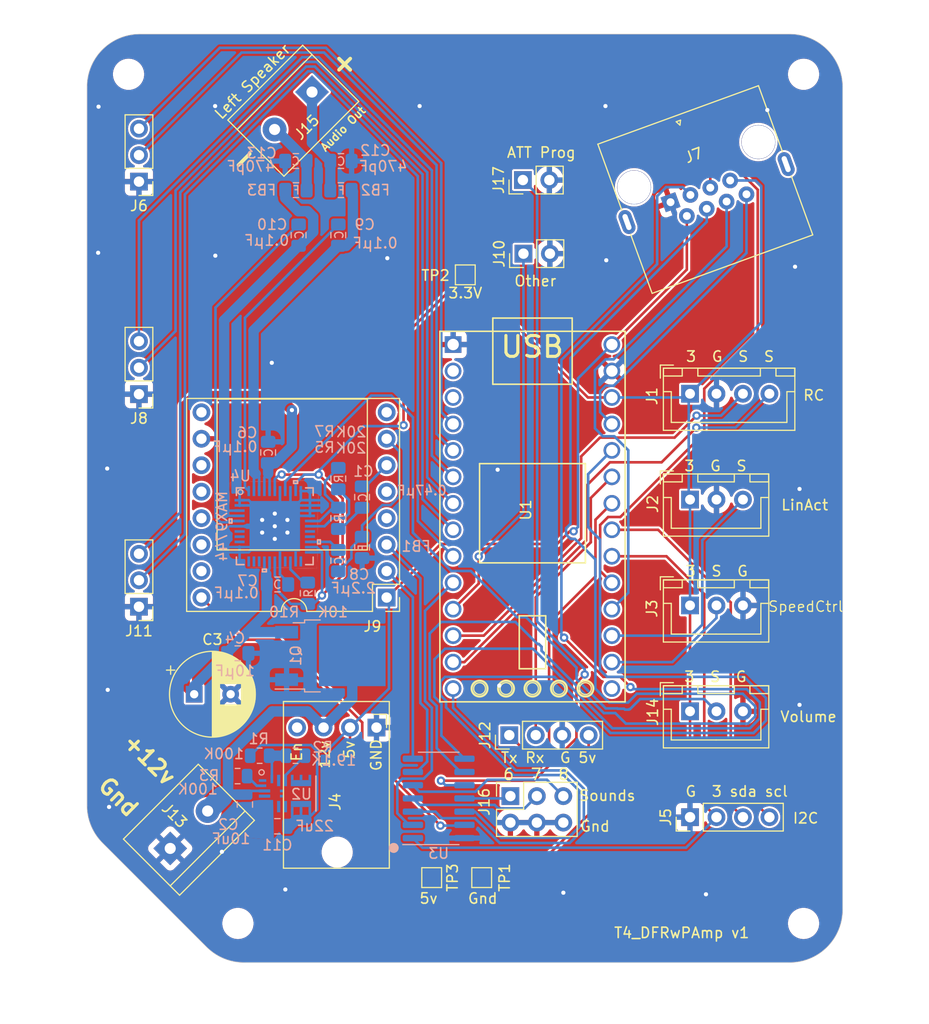
<source format=kicad_pcb>
(kicad_pcb (version 20211014) (generator pcbnew)
  (layers (0 "F.Cu" signal) (31 "B.Cu" signal) (34 "B.Paste" user) (35 "F.Paste" user) (36 "B.SilkS" user "B.Silkscreen") (37 "F.SilkS" user "F.Silkscreen") (38 "B.Mask" user) (39 "F.Mask" user) (44 "Edge.Cuts" user))
  (net 0 "")
  (net 1 "+5V")
  (net 2 "GND")
  (net 9 "+12V")
  (net 10 "LeftIN")
  (net 11 "Net-(C1-Pad1)")
  (net 12 "Net-(C3-Pad1)")
  (net 13 "GNDA")
  (net 14 "Net-(C8-Pad1)")
  (net 15 "Net-(C9-Pad2)")
  (net 16 "Net-(C9-Pad1)")
  (net 17 "Net-(C10-Pad1)")
  (net 18 "Net-(C10-Pad2)")
  (net 19 "Net-(C12-Pad2)")
  (net 20 "Net-(C13-Pad1)")
  (net 21 "Net-(R5-Pad1)")
  (net 22 "Net-(R7-Pad1)")
  (net 23 "Net-(R10-Pad1)")
  (net 31 "LinAct_Position")
  (net 32 "SpeedCtrl")
  (net 33 "I2C_SDA")
  (net 34 "I2C_SCL")
  (net 35 "Steering")
  (net 36 "Throttle")
  (net 37 "Sound2")
  (net 38 "Sound1")
  (net 41 "RCPWMThrottle")
  (net 42 "RCPWMSteering")
  (net 43 "Left_DIR")
  (net 44 "Left_PWM")
  (net 45 "ActiveSW")
  (net 46 "Right_DIR")
  (net 47 "Right_PWM")
  (net 48 "LinAct_PWM")
  (net 49 "LinAct_DIR")
  (net 51 "VOL")
  (net 53 "PgSwitch")
  (net 54 "TxA6")
  (net 55 "RxA7")
  (net 56 "Sound3")
  (net 57 "Sound4")
  (net 58 "Sound5")
  (net 59 "Sound6{slash}Tx2")
  (net 60 "Sound7")
  (net 61 "+3.3V")
  (net 62 "DFR_Busy")
  (net 63 "DFR_Rx")
  (net 65 "DFR_Tx")
  (net 69 "Sound8")
  (net 70 "ATT_Prog")
  (net 71 "Net-(R1-Pad2)")
  (net 72 "Net-(R2-Pad2)")
  (net 73 "Net-(R3-Pad1)")
  (net 75 "Net-(U2-Pad4)")
  (footprint "Useful Modifications:TerminalBlock_bornier-2_P5.08mm" (layer "F.Cu") (at 116.2 147 45)
    (fp_text reference "J13")
    (fp_text value "Main Power")
  )
  (footprint "TestPoint:TestPoint_Pad_1.5x1.5mm" (layer "F.Cu") (at 146.1 149.8 90)
    (fp_text reference "TP1")
    (fp_text value "Gnd")
  )
  (footprint "Useful Modifications:TerminalBlock_bornier-2_P5.08mm" (layer "F.Cu") (at 129.812051 74.403949 -135)
    (fp_text reference "J15")
    (fp_text value "Left Speaker")
  )
  (footprint "Connector_PinHeader_2.54mm:PinHeader_1x03_P2.54mm_Vertical" (layer "F.Cu") (at 113.2 83 180)
    (fp_text reference "J6")
    (fp_text value "Left_M1")
  )
  (footprint "Connector_PinHeader_2.54mm:PinHeader_1x03_P2.54mm_Vertical" (layer "F.Cu") (at 113.2 103.4 180)
    (fp_text reference "J8")
    (fp_text value "Right_M2")
  )
  (footprint "Connector_PinHeader_2.54mm:PinHeader_1x03_P2.54mm_Vertical" (layer "F.Cu") (at 113.2 123.8 180)
    (fp_text reference "J11")
    (fp_text value "LinAct_M3")
  )
  (footprint "TestPoint:TestPoint_Pad_1.5x1.5mm" (layer "F.Cu") (at 144.526 91.948)
    (fp_text reference "TP2")
    (fp_text value "3.3V")
  )
  (footprint "Useful Modifications:AdaFruit_MPM3610" (layer "F.Cu") (at 136 135.4 -90)
    (fp_text reference "J4")
    (fp_text value "Power Input")
  )
  (footprint "Useful Modifications:RJ45_x08_Tab_Up" (layer "F.Cu") (at 166.55 80.3 -160)
    (fp_text reference "J7")
    (fp_text value "8P8C")
  )
  (footprint "Connector_PinHeader_2.54mm:PinHeader_1x04_P2.54mm_Vertical" (layer "F.Cu") (at 166.1 144 90)
    (fp_text reference "J5")
    (fp_text value "I2C")
  )
  (footprint "TestPoint:TestPoint_Pad_1.5x1.5mm" (layer "F.Cu") (at 141.3 149.8 -90)
    (fp_text reference "TP3")
    (fp_text value "5v")
  )
  (footprint "Useful Modifications:Teensy40_NoMid" (layer "F.Cu") (at 150.85 114.64 -90)
    (fp_text reference "U1")
    (fp_text value "Teensy4.0_NoMid")
  )
  (footprint "Connector_PinHeader_2.54mm:PinHeader_1x02_P2.54mm_Vertical" (layer "F.Cu") (at 150.109 89.916 90)
    (fp_text reference "J10")
    (fp_text value "Other")
  )
  (footprint "Connector_PinHeader_2.54mm:PinHeader_1x04_P2.54mm_Vertical" (layer "F.Cu") (at 148.75 136.13 90)
    (fp_text reference "J12")
    (fp_text value "Conn_01x04_Male")
  )
  (footprint "Useful Modifications:JST_XH_B4B-XH-A_1x04_P2.54mm_Vertical" (layer "F.Cu") (at 166.1 103.36)
    (fp_text reference "J1")
    (fp_text value "RC")
  )
  (footprint "Useful Modifications:JST_XH_B3B-XH-A_1x03_P2.54mm_Vertical" (layer "F.Cu") (at 166.1 113.52)
    (fp_text reference "J2")
    (fp_text value "LinAct")
  )
  (footprint "Useful Modifications:JST_XH_B3B-XH-A_1x03_P2.54mm_Vertical" (layer "F.Cu") (at 166.1 123.68)
    (fp_text reference "J3")
    (fp_text value "SpeedCtrl")
  )
  (footprint "Useful Modifications:JST_XH_B3B-XH-A_1x03_P2.54mm_Vertical" (layer "F.Cu") (at 166.1 133.84)
    (fp_text reference "J14")
    (fp_text value "Volume")
  )
  (footprint "Useful Modifications:DFRobotMini_2x08_P2.54mm_Vertical" (layer "F.Cu") (at 136.9772 122.921 180)
    (fp_text reference "J9")
    (fp_text value "DFRobot_Mini")
  )
  (footprint "MountingHole:MountingHole_2.5mm" (layer "F.Cu") (at 177 154.2)
    (fp_text reference "H4")
    (fp_text value "MountingHole")
  )
  (footprint "Capacitor_THT:CP_Radial_D8.0mm_P3.50mm" (layer "F.Cu") (at 118.5 132.2)
    (fp_text reference "C3")
    (fp_text value "470µF")
  )
  (footprint "Connector_PinHeader_2.54mm:PinHeader_1x02_P2.54mm_Vertical" (layer "F.Cu") (at 150.055 82.85 90)
    (fp_text reference "J17")
    (fp_text value "ATT Prog")
  )
  (footprint "Connector_PinSocket_2.54mm:PinSocket_2x03_P2.54mm_Vertical" (layer "F.Cu") (at 148.855 141.98 90)
    (fp_text reference "J16")
    (fp_text value "Additional Sound Header")
  )
  (footprint "MountingHole:MountingHole_2.5mm" (layer "F.Cu") (at 112.2 72.7)
    (fp_text reference "H1")
    (fp_text value "MountingHole")
  )
  (footprint "MountingHole:MountingHole_2.5mm" (layer "F.Cu") (at 177 72.7)
    (fp_text reference "H3")
    (fp_text value "MountingHole")
  )
  (footprint "MountingHole:MountingHole_2.5mm" (layer "F.Cu") (at 122.7 154.2)
    (fp_text reference "H2")
    (fp_text value "MountingHole")
  )
  (footprint "Resistor_SMD:R_0805_2012Metric_Pad1.15x1.40mm_HandSolder" (layer "B.Cu") (at 129.4 122.51 -90)
    (fp_text reference "R10")
    (fp_text value "10K")
  )
  (footprint "Useful Modifications:max9744eth&plus_Mod" (layer "B.Cu") (at 126.238 116.078 -90)
    (fp_text reference "U4")
    (fp_text value "MAX9744")
  )
  (footprint "Resistor_SMD:R_0805_2012Metric_Pad1.15x1.40mm_HandSolder" (layer "B.Cu") (at 132.334 111.506 90)
    (fp_text reference "R7")
    (fp_text value "20K")
  )
  (footprint "Useful Modifications:TO-252-2pin3D" (layer "B.Cu") (at 131.572 128.524)
    (fp_text reference "Q1")
    (fp_text value "AOD417")
  )
  (footprint "Resistor_SMD:R_0805_2012Metric_Pad1.15x1.40mm_HandSolder" (layer "B.Cu") (at 132.334 115.316 -90)
    (fp_text reference "R5")
    (fp_text value "20K")
  )
  (footprint "Inductor_SMD:L_0805_2012Metric_Pad1.15x1.40mm_HandSolder" (layer "B.Cu") (at 132.588 83.82 180)
    (fp_text reference "FB2")
    (fp_text value "MPZ2012S221AT00")
  )
  (footprint "Capacitor_SMD:C_0805_2012Metric_Pad1.15x1.40mm_HandSolder" (layer "B.Cu") (at 126.501 121.666 180)
    (fp_text reference "C7")
    (fp_text value "0.1µF")
  )
  (footprint "Capacitor_SMD:C_0805_2012Metric_Pad1.15x1.40mm_HandSolder" (layer "B.Cu") (at 128.524 88.138 90)
    (fp_text reference "C10")
    (fp_text value "0.1µF")
  )
  (footprint "Capacitor_SMD:C_0805_2012Metric_Pad1.15x1.40mm_HandSolder" (layer "B.Cu") (at 132.334 119.38 -90)
    (fp_text reference "C8")
    (fp_text value "2.2µF")
  )
  (footprint "Capacitor_SMD:C_0805_2012Metric_Pad1.15x1.40mm_HandSolder" (layer "B.Cu") (at 132.334 88.138 90)
    (fp_text reference "C9")
    (fp_text value "0.1µF")
  )
  (footprint "Capacitor_SMD:C_0805_2012Metric_Pad1.15x1.40mm_HandSolder" (layer "B.Cu") (at 122.682 128.27 180)
    (fp_text reference "C4")
    (fp_text value "10µF")
  )
  (footprint "Capacitor_SMD:C_0805_2012Metric_Pad1.15x1.40mm_HandSolder" (layer "B.Cu") (at 128.261 81.026 180)
    (fp_text reference "C13")
    (fp_text value "470pF")
  )
  (footprint "Capacitor_SMD:C_0805_2012Metric_Pad1.15x1.40mm_HandSolder" (layer "B.Cu") (at 134.62 113.284 90)
    (fp_text reference "C1")
    (fp_text value "0.47µF")
  )
  (footprint "Inductor_SMD:L_0805_2012Metric_Pad1.15x1.40mm_HandSolder" (layer "B.Cu") (at 134.62 118.11 -90)
    (fp_text reference "FB1")
    (fp_text value "MPZ2012S221AT00")
  )
  (footprint "Inductor_SMD:L_0805_2012Metric_Pad1.15x1.40mm_HandSolder" (layer "B.Cu") (at 128.27 83.82)
    (fp_text reference "FB3")
    (fp_text value "MPZ2012S221AT00")
  )
  (footprint "Capacitor_SMD:C_0805_2012Metric_Pad1.15x1.40mm_HandSolder" (layer "B.Cu") (at 125.6 109 -90)
    (fp_text reference "C6")
    (fp_text value "0.1µF")
  )
  (footprint "Capacitor_SMD:C_0805_2012Metric_Pad1.15x1.40mm_HandSolder" (layer "B.Cu") (at 132.588 81.026 180)
    (fp_text reference "C12")
    (fp_text value "470pF")
  )
  (footprint "Resistor_SMD:R_0805_2012Metric" (layer "B.Cu") (at 124.786 138.102)
    (fp_text reference "R1")
    (fp_text value "100K")
  )
  (footprint "Resistor_SMD:R_0805_2012Metric" (layer "B.Cu") (at 122.668 140.058 180)
    (fp_text reference "R3")
    (fp_text value "100K")
  )
  (footprint "Useful Modifications:QFN3p0x5p0x1p6_MPM3610_MNP" (layer "B.Cu") (at 127.508 141.732 -90)
    (fp_text reference "U2")
    (fp_text value "MPM3610GQV-Z")
  )
  (footprint "Resistor_SMD:R_0805_2012Metric" (layer "B.Cu") (at 128.228 138.102)
    (fp_text reference "R2")
    (fp_text value "19.1K")
  )
  (footprint "Capacitor_SMD:C_0805_2012Metric" (layer "B.Cu") (at 126.488 144.872 180)
    (fp_text reference "C11")
    (fp_text value "22uF")
  )
  (footprint "Capacitor_SMD:C_0805_2012Metric" (layer "B.Cu") (at 123.368 142.786 -90)
    (fp_text reference "C2")
    (fp_text value "10uF")
  )
  (footprint "Package_SO:SOIC-14_3.9x8.7mm_P1.27mm" (layer "B.Cu") (at 141.97 142.2)
    (fp_text reference "U3")
    (fp_text value "ATtiny1614-SS")
  )
  (gr_arc (start 175.674 68.834) (mid 179.266102 70.321898) (end 180.754 73.914) (layer "Edge.Cuts") (width 0.05))
  (gr_line (start 113.284 68.834) (end 175.674 68.834) (layer "Edge.Cuts") (width 0.05))
  (gr_line (start 108.204 73.914) (end 108.2035 142.875) (layer "Edge.Cuts") (width 0.05))
  (gr_line (start 180.754 152.875) (end 180.754 73.914) (layer "Edge.Cuts") (width 0.05))
  (gr_arc (start 180.754 152.875) (mid 179.265925 156.467279) (end 175.6735 157.955) (layer "Edge.Cuts") (width 0.05))
  (gr_arc (start 109.691398 146.467102) (mid 108.590193 144.819032) (end 108.2035 142.875) (layer "Edge.Cuts") (width 0.05))
  (gr_arc (start 108.204 73.914) (mid 109.691898 70.321898) (end 113.284 68.834) (layer "Edge.Cuts") (width 0.05))
  (gr_line (start 123.2835 157.955) (end 175.6735 157.955) (layer "Edge.Cuts") (width 0.05))
  (gr_arc (start 123.2835 157.955) (mid 121.339468 157.568308) (end 119.691398 156.467102) (layer "Edge.Cuts") (width 0.05))
  (gr_line (start 109.691398 146.467102) (end 119.691398 156.467102) (layer "Edge.Cuts") (width 0.05))
  (gr_text "R" (at 132.39 111.51 90) (layer "B.SilkS") (effects (font (size 0.8 0.8) (thickness 0.125)) (justify mirror)))
  (gr_text "C" (at 132.4 119.38 90) (layer "B.SilkS") (effects (font (size 0.8 0.8) (thickness 0.125)) (justify mirror)))
  (gr_text "C" (at 134.69 113.31 90) (layer "B.SilkS") (effects (font (size 0.8 0.8) (thickness 0.125)) (justify mirror)))
  (gr_text "R" (at 129.47 122.52 90) (layer "B.SilkS") (effects (font (size 0.8 0.8) (thickness 0.125))))
  (gr_text "C" (at 128.25 81.05) (layer "B.SilkS") (effects (font (size 0.8 0.8) (thickness 0.125)) (justify mirror)))
  (gr_text "C" (at 125.64 109 90) (layer "B.SilkS") (effects (font (size 0.8 0.8) (thickness 0.125)) (justify mirror)))
  (gr_text "F" (at 132.63 83.84) (layer "B.SilkS") (effects (font (size 0.8 0.8) (thickness 0.125)) (justify mirror)))
  (gr_text "F" (at 134.68 118.13 90) (layer "B.SilkS") (effects (font (size 0.8 0.8) (thickness 0.125)) (justify mirror)))
  (gr_text "F" (at 128.3 83.83) (layer "B.SilkS") (effects (font (size 0.8 0.8) (thickness 0.125)) (justify mirror)))
  (gr_text "C" (at 132.42 88.11 90) (layer "B.SilkS") (effects (font (size 0.8 0.8) (thickness 0.125)) (justify mirror)))
  (gr_text "C" (at 132.61 81.06) (layer "B.SilkS") (effects (font (size 0.8 0.8) (thickness 0.125)) (justify mirror)))
  (gr_text "R" (at 132.4 115.3 90) (layer "B.SilkS") (effects (font (size 0.8 0.8) (thickness 0.125)) (justify mirror)))
  (gr_text "C" (at 128.6 88.11 90) (layer "B.SilkS") (effects (font (size 0.8 0.8) (thickness 0.125)) (justify mirror)))
  (gr_text "C" (at 126.48 121.6 180) (layer "B.SilkS") (effects (font (size 0.8 0.8) (thickness 0.125)) (justify mirror)))
  (gr_text "Gnd" (at 111.225 142.05 315) (layer "F.SilkS") (effects (font (size 1.5 1.5) (thickness 0.3))))
  (gr_text "Audio Out" (at 132.79 77.95 45) (layer "F.SilkS") (effects (font (size 0.75 0.75))))
  (gr_text "3  G  S  S" (at 165.63 99.79) (layer "F.SilkS") (effects (font (size 1 1)) (justify left)))
  (gr_text "3  G  S" (at 165.47 110.29) (layer "F.SilkS") (effects (font (size 1 1)) (justify left)))
  (gr_text "3  S  G" (at 165.46 130.52) (layer "F.SilkS") (effects (font (size 1 1)) (justify left)))
  (gr_text "G  3 sda scl" (at 165.575 141.525) (layer "F.SilkS") (effects (font (size 1 1)) (justify left)))
  (gr_text "3  S  G" (at 165.59 120.39) (layer "F.SilkS") (effects (font (size 1 1)) (justify left)))
  (gr_text "+12v" (at 114.225 138.45 315) (layer "F.SilkS") (effects (font (size 1.5 1.5) (thickness 0.3))))
  (gr_text "USB" (at 150.95 98.86) (layer "F.SilkS") (effects (font (size 2 2) (thickness 0.3))))
  (gr_text "Gnd" (at 156.98 144.88) (layer "F.SilkS") (effects (font (size 1 1))))
  (gr_text "+" (at 132.842 71.628 45) (layer "F.SilkS") (effects (font (size 2 2) (thickness 0.35))))
  (gr_text "Tx Rx  G 5v" (at 152.53 138.29) (layer "F.SilkS") (effects (font (size 1 1))))
  (gr_text "T4_DFRwPAmp v1" (at 165.3 155.1) (layer "F.SilkS") (effects (font (size 1 1))))
  (gr_text "Sounds" (at 158.16 141.93) (layer "F.SilkS") (effects (font (size 1 1))))
  (gr_text "6  7  8" (at 151.33 139.89) (layer "F.SilkS") (effects (font (size 1.0668 1.0668) (thickness 0.1524))))
  (gr_text "-" (at 123.19 80.772 45) (layer "F.SilkS") (effects (font (size 2 2) (thickness 0.35))))
  (segment (start 133.46 135.4) (end 133.46 141.96) (width 0.25) (layer "F.Cu") (net 1))
  (segment (start 133.46 141.96) (end 141.3 149.8) (width 0.25) (layer "F.Cu") (net 1))
  (segment (start 142.46 148.64) (end 151.476701 148.64) (width 0.25) (layer "F.Cu") (net 1))
  (segment (start 154.551845 116.564055) (end 154.9255 116.564055) (width 0.25) (layer "F.Cu") (net 1))
  (segment (start 153.3359 117.78) (end 154.551845 116.564055) (width 0.25) (layer "F.Cu") (net 1))
  (segment (start 137.0231 122.921) (end 142.1641 117.78) (width 0.25) (layer "F.Cu") (net 1))
  (segment (start 156.37 143.746701) (end 156.37 136.13) (width 0.25) (layer "F.Cu") (net 1))
  (segment (start 136.9772 122.921) (end 137.0231 122.921) (width 0.25) (layer "F.Cu") (net 1))
  (segment (start 165.795315 86.299087) (end 165.795315 91.439685) (width 0.25) (layer "F.Cu") (net 1))
  (segment (start 141.3 149.8) (end 142.46 148.64) (width 0.25) (layer "F.Cu") (net 1))
  (segment (start 165.795315 91.439685) (end 158.597 98.638) (width 0.25) (layer "F.Cu") (net 1))
  (segment (start 151.476701 148.64) (end 156.37 143.746701) (width 0.25) (layer "F.Cu") (net 1))
  (segment (start 142.1641 117.78) (end 153.3359 117.78) (width 0.25) (layer "F.Cu") (net 1))
  (via (at 154.9255 116.564055) (size 0.8) (drill 0.4) (layers "F.Cu" "B.Cu") (net 1))
  (segment (start 129.711 137.077) (end 130.302 137.668) (width 0.25) (layer "B.Cu") (net 1))
  (segment (start 129.608 143.95) (end 129.286 144.272) (width 0.25) (layer "B.Cu") (net 1))
  (segment (start 130.302 143.256) (end 129.286 144.272) (width 0.25) (layer "B.Cu") (net 1))
  (segment (start 158.597 98.638) (end 155.3455 101.8895) (width 0.25) (layer "B.Cu") (net 1))
  (segment (start 128.758001 143.783999) (end 128.27 144.272) (width 0.25) (layer "B.Cu") (net 1))
  (segment (start 127.67 144.872) (end 128.27 144.272) (width 1) (layer "B.Cu") (net 1))
  (segment (start 137.197 131.663) (end 133.46 135.4) (width 0.25) (layer "B.Cu") (net 1))
  (segment (start 127.908 143.91) (end 128.27 144.272) (width 0.25) (layer "B.Cu") (net 1))
  (segment (start 155.3455 116.144055) (end 154.9255 116.564055) (width 0.25) (layer "B.Cu") (net 1))
  (segment (start 136.9772 122.921) (end 137.197 123.1408) (width 0.25) (layer "B.Cu") (net 1))
  (segment (start 128.758001 143.278) (end 128.758001 143.783999) (width 0.25) (layer "B.Cu") (net 1))
  (segment (start 127.908 143.278) (end 127.908 143.91) (width 0.25) (layer "B.Cu") (net 1))
  (segment (start 124.8985 137.077) (end 129.711 137.077) (width 0.25) (layer "B.Cu") (net 1))
  (segment (start 137.197 123.1408) (end 137.197 131.663) (width 0.25) (layer "B.Cu") (net 1))
  (segment (start 123.8735 138.102) (end 124.8985 137.077) (width 0.25) (layer "B.Cu") (net 1))
  (segment (start 128.27 144.272) (end 129.286 144.272) (width 1) (layer "B.Cu") (net 1))
  (segment (start 155.3455 101.8895) (end 155.3455 116.144055) (width 0.25) (layer "B.Cu") (net 1))
  (segment (start 127.438 144.872) (end 127.67 144.872) (width 1) (layer "B.Cu") (net 1))
  (segment (start 130.302 137.668) (end 130.302 143.256) (width 0.25) (layer "B.Cu") (net 1))
  (segment (start 133.46 135.4) (end 131.192 137.668) (width 0.25) (layer "B.Cu") (net 1))
  (segment (start 129.608 143.278) (end 129.608 143.95) (width 0.25) (layer "B.Cu") (net 1))
  (segment (start 131.192 137.668) (end 130.302 137.668) (width 0.25) (layer "B.Cu") (net 1))
  (via (at 176.61 112.5) (size 0.8) (drill 0.4) (layers "F.Cu" "B.Cu") (net 2))
  (via (at 110.15 110.54) (size 0.8) (drill 0.4) (layers "F.Cu" "B.Cu") (net 2))
  (via (at 110.33 143.02) (size 0.8) (drill 0.4) (layers "F.Cu" "B.Cu") (net 2))
  (via (at 153.94 151.25) (size 0.8) (drill 0.4) (layers "F.Cu" "B.Cu") (net 2))
  (via (at 140.14 75.75) (size 0.8) (drill 0.4) (layers "F.Cu" "B.Cu") (net 2))
  (via (at 109.32 75.81) (size 0.8) (drill 0.4) (layers "F.Cu" "B.Cu") (net 2))
  (via (at 176.61 133.22) (size 0.8) (drill 0.4) (layers "F.Cu" "B.Cu") (net 2))
  (via (at 109.28 89.83) (size 0.8) (drill 0.4) (layers "F.Cu" "B.Cu") (net 2))
  (via (at 110.2 131.78) (size 0.8) (drill 0.4) (layers "F.Cu" "B.Cu") (net 2))
  (via (at 173.52 76.13) (size 0.8) (drill 0.4) (layers "F.Cu" "B.Cu") (net 2))
  (via (at 158.06 90.55) (size 0.8) (drill 0.4) (layers "F.Cu" "B.Cu") (net 2))
  (via (at 176.18 91.17) (size 0.8) (drill 0.4) (layers "F.Cu" "B.Cu") (net 2))
  (via (at 167.63 151.4) (size 0.8) (drill 0.4) (layers "F.Cu" "B.Cu") (net 2))
  (via (at 125.95 100.39) (size 0.8) (drill 0.4) (layers "F.Cu" "B.Cu") (net 2))
  (via (at 120.53 90.11) (size 0.8) (drill 0.4) (layers "F.Cu" "B.Cu") (net 2))
  (via (at 147.63 110.65) (size 0.8) (drill 0.4) (layers "F.Cu" "B.Cu") (net 2))
  (via (at 137.04 90.35) (size 0.8) (drill 0.4) (layers "F.Cu" "B.Cu") (net 2))
  (via (at 120.51 75.75) (size 0.8) (drill 0.4) (layers "F.Cu" "B.Cu") (net 2))
  (via (at 127.25 150.94) (size 0.8) (drill 0.4) (layers "F.Cu" "B.Cu") (net 2))
  (via (at 157.98 75.75) (size 0.8) (drill 0.4) (layers "F.Cu" "B.Cu") (net 2))
  (via (at 121.16 147.32) (size 0.8) (drill 0.4) (layers "F.Cu" "B.Cu") (net 2))
  (via (at 147.79 131.37) (size 0.8) (drill 0.4) (layers "F.Cu" "B.Cu") (net 2))
  (segment (start 128.238001 114.077999) (end 126.238 116.078) (width 0.25) (layer "B.Cu") (net 2))
  (segment (start 122.8598 118.578) (end 123.738 118.578) (width 0.25) (layer "B.Cu") (net 2))
  (segment (start 127.526 121.491431) (end 127.526 121.666) (width 0.25) (layer "B.Cu") (net 2))
  (segment (start 123.738 118.578) (end 126.238 116.078) (width 0.25) (layer "B.Cu") (net 2))
  (segment (start 129.6162 114.578) (end 127.738 114.578) (width 0.25) (layer "B.Cu") (net 2))
  (segment (start 126.737999 115.578001) (end 126.238 116.078) (width 0.25) (layer "B.Cu") (net 2))
  (segment (start 122.8598 113.578) (end 123.738 113.578) (width 0.25) (layer "B.Cu") (net 2))
  (segment (start 129.6162 115.077999) (end 127.238001 115.077999) (width 0.25) (layer "B.Cu") (net 2))
  (segment (start 126.737999 119.4562) (end 126.737999 116.577999) (width 0.25) (layer "B.Cu") (net 2))
  (segment (start 125.958 143.176) (end 125.958 144.452) (width 0.25) (layer "B.Cu") (net 2))
  (segment (start 127.238001 115.077999) (end 126.238 116.078) (width 0.25) (layer "B.Cu") (net 2))
  (segment (start 126.737999 119.4562) (end 126.737999 120.70343) (width 0.25) (layer "B.Cu") (net 2))
  (segment (start 128.738 112.6998) (end 128.738 113.578) (width 0.25) (layer "B.Cu") (net 2))
  (segment (start 128.238001 118.078001) (end 128.238001 119.4562) (width 0.25) (layer "B.Cu") (net 2))
  (segment (start 128.738 113.578) (end 126.238 116.078) (width 0.25) (layer "B.Cu") (net 2))
  (segment (start 126.737999 112.6998) (end 126.737999 115.578001) (width 0.25) (layer "B.Cu") (net 2))
  (segment (start 126.737999 120.70343) (end 127.526 121.491431) (width 0.25) (layer "B.Cu") (net 2))
  (segment (start 124.237999 114.077999) (end 126.238 116.078) (width 0.25) (layer "B.Cu") (net 2))
  (segment (start 123.738 113.578) (end 126.238 116.078) (width 0.25) (layer "B.Cu") (net 2))
  (segment (start 129.6162 113.578) (end 128.738 113.578) (width 0.25) (layer "B.Cu") (net 2))
  (segment (start 127.738 112.6998) (end 127.738 114.578) (width 0.25) (layer "B.Cu") (net 2))
  (segment (start 127.738 114.578) (end 126.238 116.078) (width 0.25) (layer "B.Cu") (net 2))
  (segment (start 124.237999 118.078001) (end 126.238 116.078) (width 0.25) (layer "B.Cu") (net 2))
  (segment (start 122.8598 118.078001) (end 124.237999 118.078001) (width 0.25) (layer "B.Cu") (net 2))
  (segment (start 126.238 116.078) (end 128.238001 118.078001) (width 0.25) (layer "B.Cu") (net 2))
  (segment (start 122.8598 116.078) (end 126.238 116.078) (width 0.25) (layer "B.Cu") (net 2))
  (segment (start 125.958 144.452) (end 125.538 144.872) (width 0.25) (layer "B.Cu") (net 2))
  (segment (start 122.8598 114.077999) (end 124.237999 114.077999) (width 0.25) (layer "B.Cu") (net 2))
  (segment (start 129.6162 114.077999) (end 128.238001 114.077999) (width 0.25) (layer "B.Cu") (net 2))
  (segment (start 126.737999 116.577999) (end 126.238 116.078) (width 0.25) (layer "B.Cu") (net 2))
  (segment (start 133.672 128.524) (end 133.672 132.648) (width 1) (layer "B.Cu") (net 9))
  (segment (start 123.368 141.836) (end 121.364 141.836) (width 1) (layer "B.Cu") (net 9))
  (segment (start 125.992 133.85) (end 121.7555 138.0865) (width 1) (layer "B.Cu") (net 9))
  (segment (start 130.92 135.4) (end 129.37 133.85) (width 1) (layer "B.Cu") (net 9))
  (segment (start 121.364 141.836) (end 121.158 142.042) (width 1) (layer "B.Cu") (net 9))
  (segment (start 121.7555 141.4445) (end 121.158 142.042) (width 0.5) (layer "B.Cu") (net 9))
  (segment (start 121.7555 140.058) (end 121.7555 141.4445) (width 1) (layer "B.Cu") (net 9))
  (segment (start 129.37 133.85) (end 125.992 133.85) (width 1) (layer "B.Cu") (net 9))
  (segment (start 121.7555 138.0865) (end 121.7555 140.058) (width 1) (layer "B.Cu") (net 9))
  (segment (start 133.672 132.648) (end 130.92 135.4) (width 1) (layer "B.Cu") (net 9))
  (segment (start 125.254 141.482) (end 123.722 141.482) (width 0.25) (layer "B.Cu") (net 9))
  (segment (start 123.722 141.482) (end 123.368 141.836) (width 0.25) (layer "B.Cu") (net 9))
  (segment (start 119.792102 143.407898) (end 121.158 142.042) (width 2) (layer "B.Cu") (net 9))
  (segment (start 134.62 112.259) (end 134.9392 112.259) (width 0.25) (layer "B.Cu") (net 10))
  (segment (start 134.9392 112.259) (end 136.9772 110.221) (width 0.25) (layer "B.Cu") (net 10))
  (segment (start 132.588 116.341) (end 134.62 114.309) (width 0.25) (layer "B.Cu") (net 11))
  (segment (start 132.334 116.341) (end 132.588 116.341) (width 0.25) (layer "B.Cu") (net 11))
  (segment (start 126.541 103.591) (end 118.555168 103.591) (width 1) (layer "F.Cu") (net 12))
  (segment (start 127.88 104.93) (end 126.541 103.591) (width 1) (layer "F.Cu") (net 12))
  (segment (start 117.59 104.556168) (end 117.59 131.29) (width 1) (layer "F.Cu") (net 12))
  (segment (start 117.59 131.29) (end 118.5 132.2) (width 1) (layer "F.Cu") (net 12))
  (segment (start 118.555168 103.591) (end 117.59 104.556168) (width 1) (layer "F.Cu") (net 12))
  (via (at 127.88 104.93) (size 0.8) (drill 0.4) (layers "F.Cu" "B.Cu") (net 12))
  (segment (start 125.738001 120.133999) (end 125.738001 119.4562) (width 0.25) (layer "B.Cu") (net 12))
  (segment (start 118.5 131.427) (end 121.657 128.27) (width 1) (layer "B.Cu") (net 12))
  (segment (start 125.476 121.666) (end 125.413 121.603) (width 1) (layer "B.Cu") (net 12))
  (segment (start 125.413 121.603) (end 125.413 120.65) (width 1) (layer "B.Cu") (net 12))
  (segment (start 125.476 124.382497) (end 123.614497 126.244) (width 1) (layer "B.Cu") (net 12))
  (segment (start 127.88 108.41) (end 127.88 104.93) (width 1) (layer "B.Cu") (net 12))
  (segment (start 125.237999 112.6998) (end 125.237999 111.385275) (width 0.25) (layer "B.Cu") (net 12))
  (segment (start 125.6 110.025) (end 125.6 111.023274) (width 1) (layer "B.Cu") (net 12))
  (segment (start 125.476 120.396) (end 125.738001 120.133999) (width 0.25) (layer "B.Cu") (net 12))
  (segment (start 125.6 110.025) (end 126.265 110.025) (width 1) (layer "B.Cu") (net 12))
  (segment (start 125.738001 112.6998) (end 125.738001 111.161275) (width 0.25) (layer "B.Cu") (net 12))
  (segment (start 125.237999 120.157999) (end 125.476 120.396) (width 0.25) (layer "B.Cu") (net 12))
  (segment (start 125.237999 119.4562) (end 125.237999 120.157999) (width 0.25) (layer "B.Cu") (net 12))
  (segment (start 125.237999 111.385275) (end 125.6 111.023274) (width 0.25) (layer "B.Cu") (net 12))
  (segment (start 123.614497 126.244) (end 127.372 126.244) (width 1) (layer "B.Cu") (net 12))
  (segment (start 118.5 132.2) (end 118.5 131.427) (width 1) (layer "B.Cu") (net 12))
  (segment (start 121.657 128.201497) (end 123.614497 126.244) (width 1) (layer "B.Cu") (net 12))
  (segment (start 121.657 128.27) (end 121.657 128.201497) (width 1) (layer "B.Cu") (net 12))
  (segment (start 126.265 110.025) (end 127.88 108.41) (width 1) (layer "B.Cu") (net 12))
  (segment (start 125.738001 111.161275) (end 125.6 111.023274) (width 0.25) (layer "B.Cu") (net 12))
  (segment (start 125.476 121.666) (end 125.476 124.382497) (width 1) (layer "B.Cu") (net 12))
  (segment (start 138.176 113.223901) (end 138.176 108.8798) (width 0.25) (layer "B.Cu") (net 13))
  (segment (start 132.334 120.405) (end 133.595 119.144) (width 0.25) (layer "B.Cu") (net 13))
  (segment (start 138.176 108.8798) (end 136.9772 107.681) (width 0.25) (layer "B.Cu") (net 13))
  (segment (start 134.62 117.085) (end 134.62 115.996499) (width 0.25) (layer "B.Cu") (net 13))
  (segment (start 137.353901 114.046) (end 138.176 113.223901) (width 0.25) (layer "B.Cu") (net 13))
  (segment (start 134.62 115.996499) (end 136.570499 114.046) (width 0.25) (layer "B.Cu") (net 13))
  (segment (start 133.595 119.144) (end 133.595 118.11) (width 0.25) (layer "B.Cu") (net 13))
  (segment (start 133.595 118.11) (end 134.62 117.085) (width 0.25) (layer "B.Cu") (net 13))
  (segment (start 136.570499 114.046) (end 137.353901 114.046) (width 0.25) (layer "B.Cu") (net 13))
  (segment (start 131.557 117.578) (end 132.334 118.355) (width 0.25) (layer "B.Cu") (net 14))
  (segment (start 129.6162 117.578) (end 131.557 117.578) (width 0.25) (layer "B.Cu") (net 14))
  (segment (start 123.375 112.3368) (end 123.375 96.072) (width 0.25) (layer "B.Cu") (net 15))
  (segment (start 123.375 96.072) (end 132.334 87.113) (width 0.25) (layer "B.Cu") (net 15))
  (segment (start 123.738 112.6998) (end 123.375 112.3368) (width 0.25) (layer "B.Cu") (net 15))
  (segment (start 124.2 110.84) (end 124.4 111.04) (width 1) (layer "B.Cu") (net 16))
  (segment (start 132.334 89.163) (end 124.2 97.297) (width 1) (layer "B.Cu") (net 16))
  (segment (start 133.734 83.941) (end 133.734 88.516) (width 1) (layer "B.Cu") (net 16))
  (segment (start 133.734 88.516) (end 133.087 89.163) (width 1) (layer "B.Cu") (net 16))
  (segment (start 133.087 89.163) (end 132.334 89.163) (width 1) (layer "B.Cu") (net 16))
  (segment (start 124.237999 111.202001) (end 124.4 111.04) (width 0.25) (layer "B.Cu") (net 16))
  (segment (start 124.738 111.378) (end 124.4 111.04) (width 0.25) (layer "B.Cu") (net 16))
  (segment (start 124.738 112.6998) (end 124.738 111.378) (width 0.25) (layer "B.Cu") (net 16))
  (segment (start 124.237999 112.6998) (end 124.237999 111.202001) (width 0.25) (layer "B.Cu") (net 16))
  (segment (start 124.2 97.297) (end 124.2 110.84) (width 1) (layer "B.Cu") (net 16))
  (segment (start 133.613 83.82) (end 133.734 83.941) (width 1) (layer "B.Cu") (net 16))
  (segment (start 129.367503 85.838) (end 129.924 86.394497) (width 1) (layer "B.Cu") (net 17))
  (segment (start 122.8598 114.578) (end 121.662 114.578) (width 0.25) (layer "B.Cu") (net 17))
  (segment (start 128.524 89.163) (end 121.37 96.317) (width 1) (layer "B.Cu") (net 17))
  (segment (start 127.245 84.573) (end 128.51 85.838) (width 1) (layer "B.Cu") (net 17))
  (segment (start 129.924 86.394497) (end 129.924 87.831503) (width 1) (layer "B.Cu") (net 17))
  (segment (start 122.8598 115.077999) (end 121.577999 115.077999) (width 0.25) (layer "B.Cu") (net 17))
  (segment (start 121.662 114.578) (end 121.37 114.87) (width 0.25) (layer "B.Cu") (net 17))
  (segment (start 121.577999 115.077999) (end 121.37 114.87) (width 0.25) (layer "B.Cu") (net 17))
  (segment (start 128.51 85.838) (end 129.367503 85.838) (width 1) (layer "B.Cu") (net 17))
  (segment (start 121.37 96.317) (end 121.37 114.87) (width 1) (layer "B.Cu") (net 17))
  (segment (start 128.592503 89.163) (end 128.524 89.163) (width 1) (layer "B.Cu") (net 17))
  (segment (start 129.924 87.831503) (end 128.592503 89.163) (width 1) (layer "B.Cu") (net 17))
  (segment (start 127.245 83.82) (end 127.245 84.573) (width 1) (layer "B.Cu") (net 17))
  (segment (start 120.545 115.211726) (end 120.545 95.092) (width 0.25) (layer "B.Cu") (net 18))
  (segment (start 121.711726 115.695) (end 121.028274 115.695) (width 0.25) (layer "B.Cu") (net 18))
  (segment (start 120.545 95.092) (end 128.524 87.113) (width 0.25) (layer "B.Cu") (net 18))
  (segment (start 121.028274 115.695) (end 120.545 115.211726) (width 0.25) (layer "B.Cu") (net 18))
  (segment (start 122.8598 115.578001) (end 121.828725 115.578001) (width 0.25) (layer "B.Cu") (net 18))
  (segment (start 121.828725 115.578001) (end 121.711726 115.695) (width 0.25) (layer "B.Cu") (net 18))
  (segment (start 129.812051 79.275051) (end 131.563 81.026) (width 1) (layer "B.Cu") (net 19))
  (segment (start 129.812051 74.403949) (end 129.812051 79.275051) (width 1) (layer "B.Cu") (net 19))
  (segment (start 131.563 81.026) (end 131.563 83.82) (width 1) (layer "B.Cu") (net 19))
  (segment (start 126.219949 77.996051) (end 126.324554 77.996051) (width 1) (layer "B.Cu") (net 20))
  (segment (start 129.295 83.82) (end 129.295 81.035) (width 1) (layer "B.Cu") (net 20))
  (segment (start 129.295 81.035) (end 129.286 81.026) (width 1) (layer "B.Cu") (net 20))
  (segment (start 126.324554 77.996051) (end 129.286 80.957497) (width 1) (layer "B.Cu") (net 20))
  (segment (start 129.286 80.957497) (end 129.286 81.026) (width 1) (layer "B.Cu") (net 20))
  (segment (start 131.064 111.751) (end 132.334 110.481) (width 0.25) (layer "B.Cu") (net 21))
  (segment (start 132.334 114.291) (end 131.064 113.021) (width 0.25) (layer "B.Cu") (net 21))
  (segment (start 130.547999 115.578001) (end 129.6162 115.578001) (width 0.25) (layer "B.Cu") (net 21))
  (segment (start 131.835 114.291) (end 130.547999 115.578001) (width 0.25) (layer "B.Cu") (net 21))
  (segment (start 132.334 114.291) (end 131.835 114.291) (width 0.25) (layer "B.Cu") (net 21))
  (segment (start 131.064 113.021) (end 131.064 111.751) (width 0.25) (layer "B.Cu") (net 21))
  (segment (start 131.008827 116.078) (end 131.770827 115.316) (width 0.25) (layer "B.Cu") (net 22))
  (segment (start 129.6162 116.078) (end 131.008827 116.078) (width 0.25) (layer "B.Cu") (net 22))
  (segment (start 133.359 113.556) (end 132.334 112.531) (width 0.25) (layer "B.Cu") (net 22))
  (segment (start 132.897173 115.316) (end 133.359 114.854173) (width 0.25) (layer "B.Cu") (net 22))
  (segment (start 131.770827 115.316) (end 132.897173 115.316) (width 0.25) (layer "B.Cu") (net 22))
  (segment (start 133.359 114.854173) (end 133.359 113.556) (width 0.25) (layer "B.Cu") (net 22))
  (segment (start 127.738 119.4562) (end 127.738 120.215799) (width 0.25) (layer "B.Cu") (net 23))
  (segment (start 129.007201 121.485) (end 129.4 121.485) (width 0.25) (layer "B.Cu") (net 23))
  (segment (start 127.738 120.215799) (end 129.007201 121.485) (width 0.25) (layer "B.Cu") (net 23))
  (segment (start 167.275 125.525) (end 166.222 126.578) (width 0.25) (layer "B.Cu") (net 31))
  (segment (start 166.222 126.578) (end 158.597 126.578) (width 0.25) (layer "B.Cu") (net 31))
  (segment (start 167.275 117.425) (end 167.275 125.525) (width 0.25) (layer "B.Cu") (net 31))
  (segment (start 171.18 113.52) (end 167.275 117.425) (width 0.25) (layer "B.Cu") (net 31))
  (segment (start 168.64 123.68) (end 168.64 124.882081) (width 0.25) (layer "B.Cu") (net 32))
  (segment (start 164.404081 129.118) (end 158.597 129.118) (width 0.25) (layer "B.Cu") (net 32))
  (segment (start 168.64 124.882081) (end 164.404081 129.118) (width 0.25) (layer "B.Cu") (net 32))
  (segment (start 167.465 140.285) (end 167.465 122.584266) (width 0.25) (layer "F.Cu") (net 33))
  (segment (start 171.18 144) (end 167.465 140.285) (width 0.25) (layer "F.Cu") (net 33))
  (segment (start 163.838734 118.958) (end 158.597 118.958) (width 0.25) (layer "F.Cu") (net 33))
  (segment (start 167.465 122.584266) (end 163.838734 118.958) (width 0.25) (layer "F.Cu") (net 33))
  (segment (start 173.72 144) (end 170.005 140.285) (width 0.25) (layer "F.Cu") (net 34))
  (segment (start 170.005 123.383299) (end 163.039701 116.418) (width 0.25) (layer "F.Cu") (net 34))
  (segment (start 170.005 140.285) (end 170.005 123.383299) (width 0.25) (layer "F.Cu") (net 34))
  (segment (start 163.039701 116.418) (end 158.597 116.418) (width 0.25) (layer "F.Cu") (net 34))
  (segment (start 168.819217 81.75) (end 170.572139 81.75) (width 0.25) (layer "F.Cu") (net 35))
  (segment (start 159.41 115.19) (end 158.234009 115.19) (width 0.25) (layer "F.Cu") (net 35))
  (segment (start 158.234009 115.19) (end 157.472 115.952009) (width 0.25) (layer "F.Cu") (net 35))
  (segment (start 168.043185 82.526032) (end 168.819217 81.75) (width 0.25) (layer "F.Cu") (net 35))
  (segment (start 172.6 83.777861) (end 172.6 97.7383) (width 0.25) (layer "F.Cu") (net 35))
  (segment (start 157.472 120.373) (end 158.597 121.498) (width 0.25) (layer "F.Cu") (net 35))
  (segment (start 170.572139 81.75) (end 172.6 83.777861) (width 0.25) (layer "F.Cu") (net 35))
  (segment (start 172.6 97.7383) (end 167.465 102.873299) (width 0.25) (layer "F.Cu") (net 35))
  (segment (start 167.465 102.873299) (end 167.465 107.135) (width 0.25) (layer "F.Cu") (net 35))
  (segment (start 167.465 107.135) (end 159.41 115.19) (width 0.25) (layer "F.Cu") (net 35))
  (segment (start 168.043185 83.586692) (end 168.043185 82.526032) (width 0.25) (layer "F.Cu") (net 35))
  (segment (start 157.472 115.952009) (end 157.472 120.373) (width 0.25) (layer "F.Cu") (net 35))
  (segment (start 156.972 106.68) (end 157.734 107.442) (width 0.25) (layer "B.Cu") (net 36))
  (segment (start 158.011 100.053) (end 156.972 101.092) (width 0.25) (layer "B.Cu") (net 36))
  (segment (start 169.610467 89.215533) (end 158.773 100.053) (width 0.25) (layer "B.Cu") (net 36))
  (segment (start 160.171501 108.78151) (end 160.171501 122.463499) (width 0.25) (layer "B.Cu") (net 36))
  (segment (start 157.734 107.442) (end 158.831991 107.442) (width 0.25) (layer "B.Cu") (net 36))
  (segment (start 158.773 100.053) (end 158.011 100.053) (width 0.25) (layer "B.Cu") (net 36))
  (segment (start 158.831991 107.442) (end 160.171501 108.78151) (width 0.25) (layer "B.Cu") (net 36))
  (segment (start 156.972 101.092) (end 156.972 106.68) (width 0.25) (layer "B.Cu") (net 36))
  (segment (start 169.610467 84.910485) (end 169.610467 89.215533) (width 0.25) (layer "B.Cu") (net 36))
  (segment (start 160.171501 122.463499) (end 158.597 124.038) (width 0.25) (layer "B.Cu") (net 36))
  (segment (start 141.110998 126.369002) (end 141.110998 132.662378) (width 0.25) (layer "B.Cu") (net 37))
  (segment (start 158.34751 132.999501) (end 160.146189 132.999501) (width 0.25) (layer "B.Cu") (net 37))
  (segment (start 151.849501 127.643811) (end 151.586189 127.380499) (width 0.25) (layer "B.Cu") (net 37))
  (segment (start 155.045402 117.288555) (end 157.009501 119.252654) (width 0.25) (layer "B.Cu") (net 37))
  (segment (start 160.146189 132.999501) (end 160.986189 132.159501) (width 0.25) (layer "B.Cu") (net 37))
  (segment (start 151.586189 127.380499) (end 151.456422 127.380499) (width 0.25) (layer "B.Cu") (net 37))
  (segment (start 154.621 115.843957) (end 154.201 116.263957) (width 0.25) (layer "B.Cu") (net 37))
  (segment (start 167.702891 85.604786) (end 167.702891 86.859243) (width 0.25) (layer "B.Cu") (net 37))
  (segment (start 141.110998 132.662378) (end 141.782499 133.333879) (width 0.25) (layer "B.Cu") (net 37))
  (segment (start 151.849501 128.033811) (end 151.849501 127.643811) (width 0.25) (layer "B.Cu") (net 37))
  (segment (start 157.824692 134.009002) (end 151.849501 128.033811) (width 0.25) (layer "B.Cu") (net 37))
  (segment (start 141.782499 137.37425) (end 144.068249 139.66) (width 0.25) (layer "B.Cu") (net 37))
  (segment (start 158.929002 134.009002) (end 157.824692 134.009002) (width 0.25) (layer "B.Cu") (net 37))
  (segment (start 154.621 99.941134) (end 154.621 115.843957) (width 0.25) (layer "B.Cu") (net 37))
  (segment (start 142.22 125.26) (end 141.110998 126.369002) (width 0.25) (layer "B.Cu") (net 37))
  (segment (start 151.456422 127.380499) (end 149.335923 125.26) (width 0.25) (layer "B.Cu") (net 37))
  (segment (start 149.335923 125.26) (end 142.22 125.26) (width 0.25) (layer "B.Cu") (net 37))
  (segment (start 144.068249 139.66) (end 144.445 139.66) (width 0.25) (layer "B.Cu") (net 37))
  (segment (start 167.702891 86.859243) (end 154.621 99.941134) (width 0.25) (layer "B.Cu") (net 37))
  (segment (start 154.625402 117.288555) (end 155.045402 117.288555) (width 0.25) (layer "B.Cu") (net 37))
  (segment (start 171.661202 135.020499) (end 159.940499 135.020499) (width 0.25) (layer "B.Cu") (net 37))
  (segment (start 157.009501 119.252654) (end 157.009501 131.661492) (width 0.25) (layer "B.Cu") (net 37))
  (segment (start 159.940499 135.020499) (end 158.929002 134.009002) (width 0.25) (layer "B.Cu") (net 37))
  (segment (start 154.201 116.263957) (end 154.201 116.864153) (width 0.25) (layer "B.Cu") (net 37))
  (segment (start 160.986189 132.159501) (end 171.161202 132.159501) (width 0.25) (layer "B.Cu") (net 37))
  (segment (start 141.782499 133.333879) (end 141.782499 137.37425) (width 0.25) (layer "B.Cu") (net 37))
  (segment (start 171.161202 132.159501) (end 172.355 133.353299) (width 0.25) (layer "B.Cu") (net 37))
  (segment (start 172.355 134.326701) (end 171.661202 135.020499) (width 0.25) (layer "B.Cu") (net 37))
  (segment (start 157.009501 131.661492) (end 158.34751 132.999501) (width 0.25) (layer "B.Cu") (net 37))
  (segment (start 172.355 133.353299) (end 172.355 134.326701) (width 0.25) (layer "B.Cu") (net 37))
  (segment (start 154.201 116.864153) (end 154.625402 117.288555) (width 0.25) (layer "B.Cu") (net 37))
  (segment (start 157.773 130.533) (end 154.01 126.77) (width 0.25) (layer "F.Cu") (net 38))
  (segment (start 160.38 131.51) (end 159.403 130.533) (width 0.25) (layer "F.Cu") (net 38))
  (segment (start 159.403 130.533) (end 157.773 130.533) (width 0.25) (layer "F.Cu") (net 38))
  (via (at 160.38 131.51) (size 0.8) (drill 0.4) (layers "F.Cu" "B.Cu") (net 38))
  (via (at 154.01 126.77) (size 0.8) (drill 0.4) (layers "F.Cu" "B.Cu") (net 38))
  (segment (start 162.941748 84.392421) (end 162.941748 90.918252) (width 0.25) (layer "B.Cu") (net 38))
  (segment (start 172.804501 134.51289) (end 171.847391 135.47) (width 0.25) (layer "B.Cu") (net 38))
  (segment (start 153.751499 100.108501) (end 153.751499 126.511499) (width 0.25) (layer "B.Cu") (net 38))
  (segment (start 142.232499 133.113897) (end 142.232499 136.177499) (width 0.25) (layer "B.Cu") (net 38))
  (segment (start 151.009294 127.83) (end 142.59 127.83) (width 0.25) (layer "B.Cu") (net 38))
  (segment (start 142.232499 136.177499) (end 144.445 138.39) (width 0.25) (layer "B.Cu") (net 38))
  (segment (start 171.53 131.71) (end 172.804501 132.984501) (width 0.25) (layer "B.Cu") (net 38))
  (segment (start 166.135609 84.280993) (end 165.385609 83.530993) (width 0.25) (layer "B.Cu") (net 38))
  (segment (start 165.385609 83.530993) (end 163.803176 83.530993) (width 0.25) (layer "B.Cu") (net 38))
  (segment (start 158.649294 135.47) (end 151.009294 127.83) (width 0.25) (layer "B.Cu") (net 38))
  (segment (start 141.560499 128.859501) (end 141.560499 132.441897) (width 0.25) (layer "B.Cu") (net 38))
  (segment (start 160.38 131.51) (end 160.58 131.71) (width 0.25) (layer "B.Cu") (net 38))
  (segment (start 142.59 127.83) (end 141.560499 128.859501) (width 0.25) (layer "B.Cu") (net 38))
  (segment (start 153.751499 126.511499) (end 154.01 126.77) (width 0.25) (layer "B.Cu") (net 38))
  (segment (start 172.804501 132.984501) (end 172.804501 134.51289) (width 0.25) (layer "B.Cu") (net 38))
  (segment (start 162.941748 90.918252) (end 153.751499 100.108501) (width 0.25) (layer "B.Cu") (net 38))
  (segment (start 163.803176 83.530993) (end 162.941748 84.392421) (width 0.25) (layer "B.Cu") (net 38))
  (segment (start 171.847391 135.47) (end 158.649294 135.47) (width 0.25) (layer "B.Cu") (net 38))
  (segment (start 141.560499 132.441897) (end 142.232499 133.113897) (width 0.25) (layer "B.Cu") (net 38))
  (segment (start 160.58 131.71) (end 171.53 131.71) (width 0.25) (layer "B.Cu") (net 38))
  (segment (start 164.62 107.57) (end 157.45 107.57) (width 0.25) (layer "F.Cu") (net 41))
  (segment (start 146.302 126.578) (end 143.357 126.578) (width 0.25) (layer "F.Cu") (net 41))
  (segment (start 157.45 107.57) (end 155.65 109.37) (width 0.25) (layer "F.Cu") (net 41))
  (segment (start 166.73 105.46) (end 164.62 107.57) (width 0.25) (layer "F.Cu") (net 41))
  (segment (start 155.65 117.23) (end 146.302 126.578) (width 0.25) (layer "F.Cu") (net 41))
  (segment (start 155.65 109.37) (end 155.65 117.23) (width 0.25) (layer "F.Cu") (net 41))
  (via (at 166.73 105.46) (size 0.8) (drill 0.4) (layers "F.Cu" "B.Cu") (net 41))
  (segment (start 169.08 105.46) (end 166.73 105.46) (width 0.25) (layer "B.Cu") (net 41))
  (segment (start 171.18 103.36) (end 169.08 105.46) (width 0.25) (layer "B.Cu") (net 41))
  (segment (start 143.357 129.118) (end 144.43769 129.118) (width 0.25) (layer "F.Cu") (net 42))
  (segment (start 156.12 112.224009) (end 158.404009 109.94) (width 0.25) (layer "F.Cu") (net 42))
  (segment (start 163.37 109.94) (end 166.7 106.61) (width 0.25) (layer "F.Cu") (net 42))
  (segment (start 144.43769 129.118) (end 156.12 117.43569) (width 0.25) (layer "F.Cu") (net 42))
  (segment (start 158.404009 109.94) (end 163.37 109.94) (width 0.25) (layer "F.Cu") (net 42))
  (segment (start 156.12 117.43569) (end 156.12 112.224009) (width 0.25) (layer "F.Cu") (net 42))
  (via (at 166.7 106.61) (size 0.8) (drill 0.4) (layers "F.Cu" "B.Cu") (net 42))
  (segment (start 166.7 106.61) (end 170.47 106.61) (width 0.25) (layer "B.Cu") (net 42))
  (segment (start 170.47 106.61) (end 173.72 103.36) (width 0.25) (layer "B.Cu") (net 42))
  (segment (start 130.964756 70.611996) (end 123.048004 70.611996) (width 0.25) (layer "B.Cu") (net 43))
  (segment (start 143.357 108.798) (end 141.768004 107.209004) (width 0.25) (layer "B.Cu") (net 43))
  (segment (start 141.768004 81.415244) (end 130.964756 70.611996) (width 0.25) (layer "B.Cu") (net 43))
  (segment (start 123.048004 70.611996) (end 113.2 80.46) (width 0.25) (layer "B.Cu") (net 43))
  (segment (start 141.768004 107.209004) (end 141.768004 81.415244) (width 0.25) (layer "B.Cu") (net 43))
  (segment (start 142.217505 81.229055) (end 142.217505 105.118505) (width 0.25) (layer "B.Cu") (net 44))
  (segment (start 113.2 77.92) (end 120.957505 70.162495) (width 0.25) (layer "B.Cu") (net 44))
  (segment (start 142.217505 105.118505) (end 143.357 106.258) (width 0.25) (layer "B.Cu") (net 44))
  (segment (start 131.150945 70.162495) (end 142.217505 81.229055) (width 0.25) (layer "B.Cu") (net 44))
  (segment (start 120.957505 70.162495) (end 131.150945 70.162495) (width 0.25) (layer "B.Cu") (net 44))
  (segment (start 158.773 102.593) (end 158.003997 102.593) (width 0.25) (layer "B.Cu") (net 45))
  (segment (start 157.472 103.124997) (end 157.472 105.133) (width 0.25) (layer "B.Cu") (net 45))
  (segment (start 157.472 105.133) (end 158.597 106.258) (width 0.25) (layer "B.Cu") (net 45))
  (segment (start 171.518043 84.216184) (end 171.518043 89.847957) (width 0.25) (layer "B.Cu") (net 45))
  (segment (start 171.518043 89.847957) (end 158.773 102.593) (width 0.25) (layer "B.Cu") (net 45))
  (segment (start 158.003997 102.593) (end 157.472 103.124997) (width 0.25) (layer "B.Cu") (net 45))
  (segment (start 113.2 100.86) (end 116.710998 97.349002) (width 0.25) (layer "B.Cu") (net 46))
  (segment (start 130.266546 71.510998) (end 140.869002 82.113454) (width 0.25) (layer "B.Cu") (net 46))
  (segment (start 116.710998 97.349002) (end 116.710998 83.857622) (width 0.25) (layer "B.Cu") (net 46))
  (segment (start 140.869002 82.113454) (end 140.869002 111.390002) (width 0.25) (layer "B.Cu") (net 46))
  (segment (start 140.869002 111.390002) (end 143.357 113.878) (width 0.25) (layer "B.Cu") (net 46))
  (segment (start 129.057622 71.510998) (end 130.266546 71.510998) (width 0.25) (layer "B.Cu") (net 46))
  (segment (start 116.710998 83.857622) (end 129.057622 71.510998) (width 0.25) (layer "B.Cu") (net 46))
  (segment (start 141.318503 109.299503) (end 143.357 111.338) (width 0.25) (layer "B.Cu") (net 47))
  (segment (start 113.2 86.73293) (end 128.871433 71.061497) (width 0.25) (layer "B.Cu") (net 47))
  (segment (start 113.2 98.32) (end 113.2 86.73293) (width 0.25) (layer "B.Cu") (net 47))
  (segment (start 141.318503 81.927265) (end 141.318503 109.299503) (width 0.25) (layer "B.Cu") (net 47))
  (segment (start 128.871433 71.061497) (end 130.452735 71.061497) (width 0.25) (layer "B.Cu") (net 47))
  (segment (start 130.452735 71.061497) (end 141.318503 81.927265) (width 0.25) (layer "B.Cu") (net 47))
  (segment (start 140.419501 113.480501) (end 143.357 116.418) (width 0.25) (layer "B.Cu") (net 48))
  (segment (start 117.160499 84.043811) (end 129.243811 71.960499) (width 0.25) (layer "B.Cu") (net 48))
  (segment (start 130.080357 71.960499) (end 140.419501 82.299643) (width 0.25) (layer "B.Cu") (net 48))
  (segment (start 113.2 118.72) (end 117.160499 114.759501) (width 0.25) (layer "B.Cu") (net 48))
  (segment (start 117.160499 114.759501) (end 117.160499 84.043811) (width 0.25) (layer "B.Cu") (net 48))
  (segment (start 140.419501 82.299643) (end 140.419501 113.480501) (width 0.25) (layer "B.Cu") (net 48))
  (segment (start 129.243811 71.960499) (end 130.080357 71.960499) (width 0.25) (layer "B.Cu") (net 48))
  (segment (start 113.2 121.26) (end 117.61 116.85) (width 0.25) (layer "B.Cu") (net 49))
  (segment (start 129.894168 72.41) (end 139.97 82.485832) (width 0.25) (layer "B.Cu") (net 49))
  (segment (start 139.97 115.571) (end 139.97 82.485832) (width 0.25) (layer "B.Cu") (net 49))
  (segment (start 143.357 118.958) (end 139.97 115.571) (width 0.25) (layer "B.Cu") (net 49))
  (segment (start 129.43 72.41) (end 129.894168 72.41) (width 0.25) (layer "B.Cu") (net 49))
  (segment (start 117.61 116.85) (end 117.61 84.23) (width 0.25) (layer "B.Cu") (net 49))
  (segment (start 117.61 84.23) (end 129.43 72.41) (width 0.25) (layer "B.Cu") (net 49))
  (segment (start 155.200499 130.749119) (end 155.200499 129.644809) (width 0.25) (layer "B.Cu") (net 51))
  (segment (start 127.238001 111.801999) (end 127.238001 112.6998) (width 0.25) (layer "B.Cu") (net 51))
  (segment (start 137.42 103.54) (end 135.5 103.54) (width 0.25) (layer "B.Cu") (net 51))
  (segment (start 168.64 133.84) (end 167.46 132.66) (width 0.25) (layer "B.Cu") (net 51))
  (segment (start 139.5 116.691991) (end 139.5 105.62) (width 0.25) (layer "B.Cu") (net 51))
  (segment (start 160.276189 133.629501) (end 160.226189 133.679501) (width 0.25) (layer "B.Cu") (net 51))
  (segment (start 160.336189 133.629501) (end 160.276189 133.629501) (width 0.25) (layer "B.Cu") (net 51))
  (segment (start 135.5 103.54) (end 127.238001 111.801999) (width 0.25) (layer "B.Cu") (net 51))
  (segment (start 160.226189 133.679501) (end 159.853811 133.679501) (width 0.25) (layer "B.Cu") (net 51))
  (segment (start 161.30569 132.66) (end 160.336189 133.629501) (width 0.25) (layer "B.Cu") (net 51))
  (segment (start 149.496189 124.810499) (end 145.05869 120.373) (width 0.25) (layer "B.Cu") (net 51))
  (segment (start 159.853811 133.679501) (end 159.768121 133.593811) (width 0.25) (layer "B.Cu") (net 51))
  (segment (start 150.366189 124.810499) (end 149.496189 124.810499) (width 0.25) (layer "B.Cu") (net 51))
  (segment (start 159.768121 133.593811) (end 159.149501 133.593811) (width 0.25) (layer "B.Cu") (net 51))
  (segment (start 139.5 105.62) (end 137.42 103.54) (width 0.25) (layer "B.Cu") (net 51))
  (segment (start 145.05869 120.373) (end 143.181009 120.373) (width 0.25) (layer "B.Cu") (net 51))
  (segment (start 155.200499 129.644809) (end 150.366189 124.810499) (width 0.25) (layer "B.Cu") (net 51))
  (segment (start 159.149501 133.593811) (end 159.115191 133.559501) (width 0.25) (layer "B.Cu") (net 51))
  (segment (start 143.181009 120.373) (end 139.5 116.691991) (width 0.25) (layer "B.Cu") (net 51))
  (segment (start 158.010881 133.559501) (end 155.200499 130.749119) (width 0.25) (layer "B.Cu") (net 51))
  (segment (start 159.115191 133.559501) (end 158.010881 133.559501) (width 0.25) (layer "B.Cu") (net 51))
  (segment (start 167.46 132.66) (end 161.30569 132.66) (width 0.25) (layer "B.Cu") (net 51))
  (segment (start 145.82 121.575) (end 143.357 124.038) (width 0.25) (layer "F.Cu") (net 53))
  (segment (start 145.82 118.98) (end 145.82 121.575) (width 0.25) (layer "F.Cu") (net 53))
  (via (at 145.82 118.98) (size 0.8) (drill 0.4) (layers "F.Cu" "B.Cu") (net 53))
  (segment (start 150.109 89.916) (end 150.109 114.691) (width 0.25) (layer "B.Cu") (net 53))
  (segment (start 150.109 114.691) (end 145.82 118.98) (width 0.25) (layer "B.Cu") (net 53))
  (segment (start 157.022499 115.452501) (end 158.597 113.878) (width 0.25) (layer "F.Cu") (net 54))
  (segment (start 157.022499 120.891811) (end 157.022499 115.452501) (width 0.25) (layer "F.Cu") (net 54))
  (segment (start 152.57 125.34431) (end 157.022499 120.891811) (width 0.25) (layer "F.Cu") (net 54))
  (segment (start 151.92 137.52) (end 152.57 136.87) (width 0.25) (layer "F.Cu") (net 54))
  (segment (start 150.14 137.52) (end 151.92 137.52) (width 0.25) (layer "F.Cu") (net 54))
  (segment (start 148.75 136.13) (end 150.14 137.52) (width 0.25) (layer "F.Cu") (net 54))
  (segment (start 152.57 136.87) (end 152.57 125.34431) (width 0.25) (layer "F.Cu") (net 54))
  (segment (start 156.569002 117.622378) (end 156.569002 117.602378) (width 0.25) (layer "F.Cu") (net 55))
  (segment (start 151.29 122.90138) (end 156.569002 117.622378) (width 0.25) (layer "F.Cu") (net 55))
  (segment (start 156.569002 117.602378) (end 156.572998 117.598382) (width 0.25) (layer "F.Cu") (net 55))
  (segment (start 156.572998 117.598382) (end 156.572998 113.362002) (width 0.25) (layer "F.Cu") (net 55))
  (segment (start 156.572998 113.362002) (end 158.597 111.338) (width 0.25) (layer "F.Cu") (net 55))
  (segment (start 151.29 136.13) (end 151.29 122.90138) (width 0.25) (layer "F.Cu") (net 55))
  (segment (start 138 143.621751) (end 139.118249 144.74) (width 0.25) (layer "B.Cu") (net 56))
  (segment (start 140.661497 124.193503) (end 140.661497 132.858567) (width 0.25) (layer "B.Cu") (net 56))
  (segment (start 141.311497 133.508567) (end 141.311497 139.528503) (width 0.25) (layer "B.Cu") (net 56))
  (segment (start 141.311497 139.528503) (end 140.535 140.305) (width 0.25) (layer "B.Cu") (net 56))
  (segment (start 138.473249 140.305) (end 138 140.778249) (width 0.25) (layer "B.Cu") (net 56))
  (segment (start 140.535 140.305) (end 138.473249 140.305) (width 0.25) (layer "B.Cu") (net 56))
  (segment (start 138 140.778249) (end 138 143.621751) (width 0.25) (layer "B.Cu") (net 56))
  (segment (start 143.357 121.498) (end 140.661497 124.193503) (width 0.25) (layer "B.Cu") (net 56))
  (segment (start 139.118249 144.74) (end 139.495 144.74) (width 0.25) (layer "B.Cu") (net 56))
  (segment (start 140.661497 132.858567) (end 141.311497 133.508567) (width 0.25) (layer "B.Cu") (net 56))
  (segment (start 155.909501 145.116189) (end 154.546189 146.479501) (width 0.25) (layer "B.Cu") (net 57))
  (segment (start 147.831252 146.479501) (end 145.451751 144.1) (width 0.25) (layer "B.Cu") (net 57))
  (segment (start 149.366895 139.510499) (end 154.146189 139.510499) (width 0.25) (layer "B.Cu") (net 57))
  (segment (start 154.546189 146.479501) (end 147.831252 146.479501) (width 0.25) (layer "B.Cu") (net 57))
  (segment (start 142.29 144.1) (end 141.66 143.47) (width 0.25) (layer "B.Cu") (net 57))
  (segment (start 143.357 131.658) (end 143.357 133.500604) (width 0.25) (layer "B.Cu") (net 57))
  (segment (start 145.451751 144.1) (end 142.29 144.1) (width 0.25) (layer "B.Cu") (net 57))
  (segment (start 154.146189 139.510499) (end 155.909501 141.273811) (width 0.25) (layer "B.Cu") (net 57))
  (segment (start 143.357 133.500604) (end 149.366895 139.510499) (width 0.25) (layer "B.Cu") (net 57))
  (segment (start 141.66 143.47) (end 139.495 143.47) (width 0.25) (layer "B.Cu") (net 57))
  (segment (start 155.909501 141.273811) (end 155.909501 145.116189) (width 0.25) (layer "B.Cu") (net 57))
  (segment (start 156.445557 116.263957) (end 156.32 116.1384) (width 0.25) (layer "B.Cu") (net 58))
  (segment (start 173.389501 134.726189) (end 173.389501 132.563811) (width 0.25) (layer "B.Cu") (net 58))
  (segment (start 147.967441 145.98) (end 154.41 145.98) (width 0.25) (layer "B.Cu") (net 58))
  (segment (start 172.246189 131.490499) (end 171.28869 130.533) (width 0.25) (layer "B.Cu") (net 58))
  (segment (start 172.196189 135.919501) (end 173.389501 134.726189) (width 0.25) (layer "B.Cu") (net 58))
  (segment (start 156.32 116.1384) (end 156.32 111.075) (width 0.25) (layer "B.Cu") (net 58))
  (segment (start 144.445 143.47) (end 145.457441 143.47) (width 0.25) (layer "B.Cu") (net 58))
  (segment (start 153.96 139.96) (end 149.18 139.96) (width 0.25) (layer "B.Cu") (net 58))
  (segment (start 145.457441 143.47) (end 147.967441 145.98) (width 0.25) (layer "B.Cu") (net 58))
  (segment (start 156.489983 116.330462) (end 156.445557 116.286036) (width 0.25) (layer "B.Cu") (net 58))
  (segment (start 142.14 130.98) (end 142.587 130.533) (width 0.25) (layer "B.Cu") (net 58))
  (segment (start 155.46 144.93) (end 155.46 141.46) (width 0.25) (layer "B.Cu") (net 58))
  (segment (start 142.587 130.533) (end 153.076604 130.533) (width 0.25) (layer "B.Cu") (net 58))
  (segment (start 156.32 111.075) (end 158.597 108.798) (width 0.25) (layer "B.Cu") (net 58))
  (segment (start 153.076604 130.533) (end 158.463105 135.919501) (width 0.25) (layer "B.Cu") (net 58))
  (segment (start 171.28869 130.533) (end 158.131009 130.533) (width 0.25) (layer "B.Cu") (net 58))
  (segment (start 173.389501 132.563811) (end 172.406189 131.580499) (width 0.25) (layer "B.Cu") (net 58))
  (segment (start 158.131009 130.533) (end 157.459002 129.860993) (width 0.25) (layer "B.Cu") (net 58))
  (segment (start 172.376189 131.580499) (end 172.286189 131.490499) (width 0.25) (layer "B.Cu") (net 58))
  (segment (start 154.41 145.98) (end 155.46 144.93) (width 0.25) (layer "B.Cu") (net 58))
  (segment (start 142.14 132.29) (end 142.14 130.98) (width 0.25) (layer "B.Cu") (net 58))
  (segment (start 172.286189 131.490499) (end 172.246189 131.490499) (width 0.25) (layer "B.Cu") (net 58))
  (segment (start 157.459002 117.351704) (end 156.489983 116.382685) (width 0.25) (layer "B.Cu") (net 58))
  (segment (start 155.46 141.46) (end 153.96 139.96) (width 0.25) (layer "B.Cu") (net 58))
  (segment (start 149.18 139.96) (end 142.682499 133.462499) (width 0.25) (layer "B.Cu") (net 58))
  (segment (start 156.445557 116.286036) (end 156.445557 116.263957) (width 0.25) (layer "B.Cu") (net 58))
  (segment (start 172.406189 131.580499) (end 172.376189 131.580499) (width 0.25) (layer "B.Cu") (net 58))
  (segment (start 156.489983 116.382685) (end 156.489983 116.330462) (width 0.25) (layer "B.Cu") (net 58))
  (segment (start 142.682499 133.462499) (end 142.682499 132.832499) (width 0.25) (layer "B.Cu") (net 58))
  (segment (start 158.463105 135.919501) (end 172.196189 135.919501) (width 0.25) (layer "B.Cu") (net 58))
  (segment (start 157.459002 129.860993) (end 157.459002 117.351704) (width 0.25) (layer "B.Cu") (net 58))
  (segment (start 142.682499 132.832499) (end 142.14 132.29) (width 0.25) (layer "B.Cu") (net 58))
  (segment (start 148.635 142.2) (end 148.855 141.98) (width 0.25) (layer "B.Cu") (net 59))
  (segment (start 144.445 142.2) (end 148.635 142.2) (width 0.25) (layer "B.Cu") (net 59))
  (segment (start 140.12 142.825) (end 147.35 142.825) (width 0.25) (layer "B.Cu") (net 60))
  (segment (start 150.22 143.155) (end 151.395 141.98) (width 0.25) (layer "B.Cu") (net 60))
  (segment (start 147.35 142.825) (end 147.68 143.155) (width 0.25) (layer "B.Cu") (net 60))
  (segment (start 139.495 142.2) (end 140.12 142.825) (width 0.25) (layer "B.Cu") (net 60))
  (segment (start 147.68 143.155) (end 150.22 143.155) (width 0.25) (layer "B.Cu") (net 60))
  (segment (start 138.6 97.874) (end 144.526 91.948) (width 0.25) (layer "F.Cu") (net 61))
  (segment (start 130.45 111.12) (end 126.915997 111.12) (width 0.25) (layer "F.Cu") (net 61))
  (segment (start 138.6 106.38) (end 138.6 97.874) (width 0.25) (layer "F.Cu") (net 61))
  (segment (start 166.1 141.46) (end 168.64 144) (width 0.25) (layer "F.Cu") (net 61))
  (segment (start 156.296 103.718) (end 144.526 91.948) (width 0.25) (layer "F.Cu") (net 61))
  (segment (start 158.597 103.718) (end 156.296 103.718) (width 0.25) (layer "F.Cu") (net 61))
  (segment (start 166.1 133.84) (end 166.1 123.68) (width 0.25) (layer "F.Cu") (net 61))
  (segment (start 130.45 111.12) (end 132.75 113.42) (width 0.25) (layer "F.Cu") (net 61))
  (segment (start 166.1 133.84) (end 166.1 141.46) (width 0.25) (layer "F.Cu") (net 61))
  (segment (start 132.75 120.742) (end 130.77 122.722) (width 0.25) (layer "F.Cu") (net 61))
  (segment (start 126.915997 111.12) (end 126.905699 111.109702) (width 0.25) (layer "F.Cu") (net 61))
  (segment (start 132.75 113.42) (end 132.75 120.742) (width 0.25) (layer "F.Cu") (net 61))
  (via (at 130.45 111.12) (size 0.8) (drill 0.4) (layers "F.Cu" "B.Cu") (net 61))
  (via (at 138.6 106.38) (size 0.8) (drill 0.4) (layers "F.Cu" "B.Cu") (net 61))
  (via (at 126.905699 111.109702) (size 0.8) (drill 0.4) (layers "F.Cu" "B.Cu") (net 61))
  (via (at 130.77 122.722) (size 0.8) (drill 0.4) (layers "F.Cu" "B.Cu") (net 61))
  (segment (start 129.6162 118.078001) (end 130.270001 118.078001) (width 0.25) (layer "B.Cu") (net 61))
  (segment (start 129.957 123.535) (end 130.77 122.722) (width 0.25) (layer "B.Cu") (net 61))
  (segment (start 165.9755 103.4845) (end 166.1 103.36) (width 0.25) (layer "B.Cu") (net 61))
  (segment (start 126.62 121.221827) (end 126.62 122.37) (width 0.25) (layer "B.Cu") (net 61))
  (segment (start 166.1 113.52) (end 165.9755 113.3955) (width 0.25) (layer "B.Cu") (net 61))
  (segment (start 129.6162 118.578) (end 130.77 118.578) (width 0.25) (layer "B.Cu") (net 61))
  (segment (start 166.1 123.68) (end 166.1 113.52) (width 0.25) (layer "B.Cu") (net 61))
  (segment (start 126.238 120.839827) (end 126.238 119.4562) (width 0.25) (layer "B.Cu") (net 61))
  (segment (start 126.238 111.552) (end 126.238 112.6998) (width 0.25) (layer "B.Cu") (net 61))
  (segment (start 172.935075 83.441183) (end 172.935075 96.524925) (width 0.25) (layer "B.Cu") (net 61))
  (segment (start 172.386284 82.892392) (end 172.935075 83.441183) (width 0.25) (layer "B.Cu") (net 61))
  (segment (start 139.495 146.01) (end 140.414002 146.929002) (width 0.25) (layer "B.Cu") (net 61))
  (segment (start 140.414002 146.929002) (end 165.710998 146.929002) (width 0.25) (layer "B.Cu") (net 61))
  (segment (start 126.62 122.37) (end 127.785 123.535) (width 0.25) (layer "B.Cu") (net 61))
  (segment (start 165.742 103.718) (end 166.1 103.36) (width 0.25) (layer "B.Cu") (net 61))
  (segment (start 129.4 123.535) (end 129.957 123.535) (width 0.25) (layer "B.Cu") (net 61))
  (segment (start 138.51 106.47) (end 138.6 106.38) (width 0.25) (layer "B.Cu") (net 61))
  (segment (start 127.785 123.535) (end 129.4 123.535) (width 0.25) (layer "B.Cu") (net 61))
  (segment (start 128.238001 112.6998) (end 128.238001 111.940199) (width 0.25) (layer "B.Cu") (net 61))
  (segment (start 130.45 110.776827) (end 134.756827 106.47) (width 0.25) (layer "B.Cu") (net 61))
  (segment (start 130.45 111.12) (end 130.45 110.776827) (width 0.25) (layer "B.Cu") (net 61))
  (segment (start 130.270001 118.078001) (end 130.77 118.578) (width 0.25) (layer "B.Cu") (net 61))
  (segment (start 172.935075 96.524925) (end 166.1 103.36) (width 0.25) (layer "B.Cu") (net 61))
  (segment (start 126.238 120.839827) (end 126.62 121.221827) (width 0.25) (layer "B.Cu") (net 61))
  (segment (start 126.905699 111.109702) (end 126.680298 111.109702) (width 0.25) (layer "B.Cu") (net 61))
  (segment (start 158.597 103.718) (end 165.742 103.718) (width 0.25) (layer "B.Cu") (net 61))
  (segment (start 134.756827 106.47) (end 138.51 106.47) (width 0.25) (layer "B.Cu") (net 61))
  (segment (start 169.950761 82.892392) (end 172.386284 82.892392) (width 0.25) (layer "B.Cu") (net 61))
  (segment (start 126.680298 111.109702) (end 126.238 111.552) (width 0.25) (layer "B.Cu") (net 61))
  (segment (start 165.9755 113.3955) (end 165.9755 103.4845) (width 0.25) (layer "B.Cu") (net 61))
  (segment (start 128.238001 111.940199) (end 129.0582 111.12) (width 0.25) (layer "B.Cu") (net 61))
  (segment (start 129.0582 111.12) (end 130.45 111.12) (width 0.25) (layer "B.Cu") (net 61))
  (segment (start 165.710998 146.929002) (end 168.64 144) (width 0.25) (layer "B.Cu") (net 61))
  (segment (start 130.77 118.578) (end 130.77 122.722) (width 0.25) (layer "B.Cu") (net 61))
  (segment (start 126.685501 126.9638) (end 134.635 134.913299) (width 0.25) (layer "F.Cu") (net 62))
  (segment (start 134.635 137.305) (end 142.14 144.81) (width 0.25) (layer "F.Cu") (net 62))
  (segment (start 134.635 134.913299) (end 134.635 137.305) (width 0.25) (layer "F.Cu") (net 62))
  (segment (start 119.1972 122.921) (end 123.24 126.9638) (width 0.25) (layer "F.Cu") (net 62))
  (segment (start 123.24 126.9638) (end 126.685501 126.9638) (width 0.25) (layer "F.Cu") (net 62))
  (via (at 142.14 144.81) (size 0.8) (drill 0.4) (layers "F.Cu" "B.Cu") (net 62))
  (segment (start 142.14 144.81) (end 144.375 144.81) (width 0.25) (layer "B.Cu") (net 62))
  (segment (start 144.375 144.81) (end 144.445 144.74) (width 0.25) (layer "B.Cu") (net 62))
  (segment (start 139.495 138.39) (end 139.495 122.8988) (width 0.25) (layer "B.Cu") (net 63))
  (segment (start 139.495 122.8988) (end 136.9772 120.381) (width 0.25) (layer "B.Cu") (net 63))
  (segment (start 140.861996 138.669755) (end 139.871751 139.66) (width 0.25) (layer "B.Cu") (net 65))
  (segment (start 140.861996 133.694756) (end 140.861996 138.669755) (width 0.25) (layer "B.Cu") (net 65))
  (segment (start 139.871751 139.66) (end 139.495 139.66) (width 0.25) (layer "B.Cu") (net 65))
  (segment (start 140.211996 121.075796) (end 140.211996 133.044756) (width 0.25) (layer "B.Cu") (net 65))
  (segment (start 136.9772 117.841) (end 140.211996 121.075796) (width 0.25) (layer "B.Cu") (net 65))
  (segment (start 140.211996 133.044756) (end 140.861996 133.694756) (width 0.25) (layer "B.Cu") (net 65))
  (segment (start 152.364502 140.409502) (end 146.650498 140.409502) (width 0.25) (layer "B.Cu") (net 69))
  (segment (start 153.935 141.98) (end 152.364502 140.409502) (width 0.25) (layer "B.Cu") (net 69))
  (segment (start 145.505 141.555) (end 140.12 141.555) (width 0.25) (layer "B.Cu") (net 69))
  (segment (start 140.12 141.555) (end 139.495 140.93) (width 0.25) (layer "B.Cu") (net 69))
  (segment (start 146.650498 140.409502) (end 145.505 141.555) (width 0.25) (layer "B.Cu") (net 69))
  (segment (start 155.99 130.3) (end 155.195 131.095) (width 0.25) (layer "F.Cu") (net 70))
  (segment (start 155.195 136.426701) (end 151.121701 140.5) (width 0.25) (layer "F.Cu") (net 70))
  (segment (start 151.121701 140.5) (end 142.19 140.5) (width 0.25) (layer "F.Cu") (net 70))
  (segment (start 155.195 131.095) (end 155.195 136.426701) (width 0.25) (layer "F.Cu") (net 70))
  (via (at 155.99 130.3) (size 0.8) (drill 0.4) (layers "F.Cu" "B.Cu") (net 70))
  (via (at 142.19 140.5) (size 0.8) (drill 0.4) (layers "F.Cu" "B.Cu") (net 70))
  (segment (start 144.445 140.93) (end 142.62 140.93) (width 0.25) (layer "B.Cu") (net 70))
  (segment (start 151.42 125.227914) (end 155.99 129.797914) (width 0.25) (layer "B.Cu") (net 70))
  (segment (start 151.42 84.215) (end 151.42 125.227914) (width 0.25) (layer "B.Cu") (net 70))
  (segment (start 155.99 129.797914) (end 155.99 130.3) (width 0.25) (layer "B.Cu") (net 70))
  (segment (start 142.62 140.93) (end 142.19 140.5) (width 0.25) (layer "B.Cu") (net 70))
  (segment (start 150.055 82.85) (end 151.42 84.215) (width 0.25) (layer "B.Cu") (net 70))
  (segment (start 127.3155 138.102) (end 125.6985 138.102) (width 1) (layer "B.Cu") (net 71))
  (segment (start 125.958 140.338) (end 125.958 138.3615) (width 0.25) (layer "B.Cu") (net 71))
  (segment (start 125.958 138.3615) (end 125.6985 138.102) (width 0.25) (layer "B.Cu") (net 71))
  (segment (start 127.258 139.9845) (end 127.258 140.478) (width 0.25) (layer "B.Cu") (net 72))
  (segment (start 129.1405 138.102) (end 127.258 139.9845) (width 0.25) (layer "B.Cu") (net 72))
  (segment (start 123.5805 140.058) (end 124.504499 140.981999) (width 0.25) (layer "B.Cu") (net 73))
  (segment (start 124.504499 140.981999) (end 125.064 140.981999) (width 0.25) (layer "B.Cu") (net 73))
  (zone (net 2) (net_name "GND") (layer "F.Cu") (priority 10) (connect_pads yes (clearance 0)) (min_thickness 0.254) (fill yes (thermal_gap 0.508) (thermal_bridge_width 0.508))
    (polygon (pts (xy 130.29 120.13) (xy 121.72 119.97) (xy 121.96 111.85) (xy 130.43 111.67)))
  )
  (zone (net 2) (net_name "GND") (layer "F.Cu") (connect_pads (clearance 0)) (min_thickness 0.254) (fill yes (thermal_gap 0.508) (thermal_bridge_width 0.508))
    (polygon (pts (xy 183.52 65.57) (xy 189.05 162.83) (xy 99.86 163.87) (xy 104.96 66.26)))
  )
  (zone (net 2) (net_name "GND") (layer "B.Cu") (connect_pads (clearance 0)) (min_thickness 0.254) (fill yes (thermal_gap 0.508) (thermal_bridge_width 0.508))
    (polygon (pts (xy 182.7 66.76) (xy 185.7 160.18) (xy 102.52 162.14) (xy 106.35 67.49)))
  )
  (zone (net 2) (net_name "GND") (layer "B.Cu") (priority 10) (connect_pads yes (clearance 0)) (min_thickness 0.254) (fill yes (thermal_gap 0.508) (thermal_bridge_width 0.508))
    (polygon (pts (xy 126.08 142.35) (xy 126.15 146.2) (xy 120.32 145.66) (xy 119.82 144.76) (xy 120.38 144.55) (xy 121.65 143.31) (xy 122.66 142.59) (xy 124.678982 142.356237) (xy 125.36 142.34)))
  )
)
</source>
